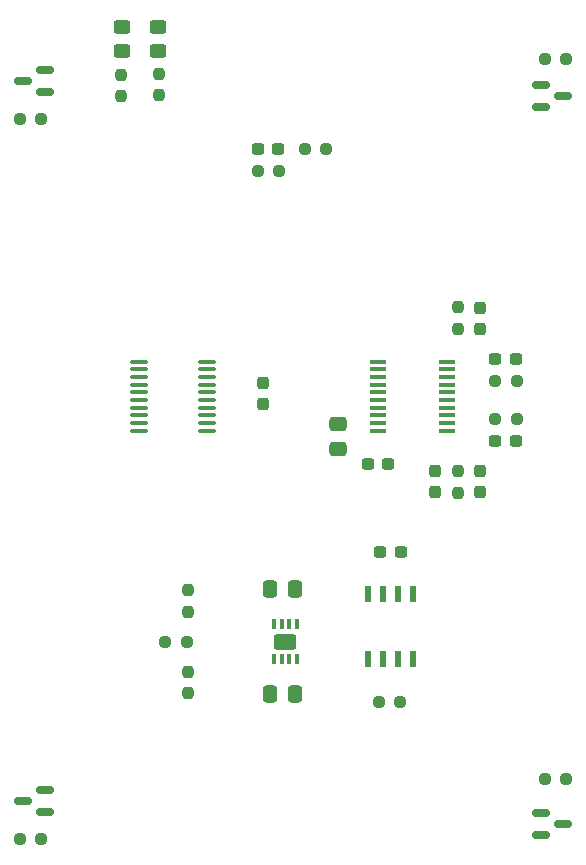
<source format=gtp>
G04 #@! TF.GenerationSoftware,KiCad,Pcbnew,7.0.7*
G04 #@! TF.CreationDate,2024-10-01T17:01:24-05:00*
G04 #@! TF.ProjectId,corner-board,636f726e-6572-42d6-926f-6172642e6b69,rev?*
G04 #@! TF.SameCoordinates,Original*
G04 #@! TF.FileFunction,Paste,Top*
G04 #@! TF.FilePolarity,Positive*
%FSLAX46Y46*%
G04 Gerber Fmt 4.6, Leading zero omitted, Abs format (unit mm)*
G04 Created by KiCad (PCBNEW 7.0.7) date 2024-10-01 17:01:24*
%MOMM*%
%LPD*%
G01*
G04 APERTURE LIST*
G04 Aperture macros list*
%AMRoundRect*
0 Rectangle with rounded corners*
0 $1 Rounding radius*
0 $2 $3 $4 $5 $6 $7 $8 $9 X,Y pos of 4 corners*
0 Add a 4 corners polygon primitive as box body*
4,1,4,$2,$3,$4,$5,$6,$7,$8,$9,$2,$3,0*
0 Add four circle primitives for the rounded corners*
1,1,$1+$1,$2,$3*
1,1,$1+$1,$4,$5*
1,1,$1+$1,$6,$7*
1,1,$1+$1,$8,$9*
0 Add four rect primitives between the rounded corners*
20,1,$1+$1,$2,$3,$4,$5,0*
20,1,$1+$1,$4,$5,$6,$7,0*
20,1,$1+$1,$6,$7,$8,$9,0*
20,1,$1+$1,$8,$9,$2,$3,0*%
G04 Aperture macros list end*
%ADD10RoundRect,0.237500X-0.237500X0.250000X-0.237500X-0.250000X0.237500X-0.250000X0.237500X0.250000X0*%
%ADD11RoundRect,0.237500X0.250000X0.237500X-0.250000X0.237500X-0.250000X-0.237500X0.250000X-0.237500X0*%
%ADD12RoundRect,0.150000X-0.587500X-0.150000X0.587500X-0.150000X0.587500X0.150000X-0.587500X0.150000X0*%
%ADD13RoundRect,0.250000X-0.450000X0.325000X-0.450000X-0.325000X0.450000X-0.325000X0.450000X0.325000X0*%
%ADD14RoundRect,0.237500X-0.250000X-0.237500X0.250000X-0.237500X0.250000X0.237500X-0.250000X0.237500X0*%
%ADD15RoundRect,0.237500X-0.237500X0.300000X-0.237500X-0.300000X0.237500X-0.300000X0.237500X0.300000X0*%
%ADD16R,1.473200X0.355600*%
%ADD17R,0.558800X1.460500*%
%ADD18RoundRect,0.100000X-0.637500X-0.100000X0.637500X-0.100000X0.637500X0.100000X-0.637500X0.100000X0*%
%ADD19RoundRect,0.250000X0.337500X0.475000X-0.337500X0.475000X-0.337500X-0.475000X0.337500X-0.475000X0*%
%ADD20RoundRect,0.150000X0.587500X0.150000X-0.587500X0.150000X-0.587500X-0.150000X0.587500X-0.150000X0*%
%ADD21RoundRect,0.237500X-0.300000X-0.237500X0.300000X-0.237500X0.300000X0.237500X-0.300000X0.237500X0*%
%ADD22RoundRect,0.237500X0.300000X0.237500X-0.300000X0.237500X-0.300000X-0.237500X0.300000X-0.237500X0*%
%ADD23RoundRect,0.250000X-0.475000X0.337500X-0.475000X-0.337500X0.475000X-0.337500X0.475000X0.337500X0*%
%ADD24RoundRect,0.237500X0.237500X-0.300000X0.237500X0.300000X-0.237500X0.300000X-0.237500X-0.300000X0*%
%ADD25RoundRect,0.087500X-0.087500X0.337500X-0.087500X-0.337500X0.087500X-0.337500X0.087500X0.337500X0*%
%ADD26RoundRect,0.250000X-0.715000X0.415000X-0.715000X-0.415000X0.715000X-0.415000X0.715000X0.415000X0*%
%ADD27RoundRect,0.237500X0.237500X-0.250000X0.237500X0.250000X-0.237500X0.250000X-0.237500X-0.250000X0*%
G04 APERTURE END LIST*
D10*
X48960000Y-21662500D03*
X48960000Y-23487500D03*
D11*
X82470000Y-50800000D03*
X80645000Y-50800000D03*
D12*
X84485000Y-84140000D03*
X84485000Y-86040000D03*
X86360000Y-85090000D03*
D13*
X49030000Y-17635000D03*
X49030000Y-19685000D03*
D11*
X42187500Y-25400000D03*
X40362500Y-25400000D03*
D10*
X54610000Y-65300850D03*
X54610000Y-67125850D03*
D13*
X52070000Y-17635000D03*
X52070000Y-19685000D03*
D14*
X60505000Y-29845000D03*
X62330000Y-29845000D03*
D10*
X52135000Y-21582500D03*
X52135000Y-23407500D03*
D14*
X84812500Y-20320000D03*
X86637500Y-20320000D03*
D15*
X60960000Y-47805000D03*
X60960000Y-49530000D03*
D16*
X76581000Y-51820000D03*
X76581000Y-51169999D03*
X76581000Y-50520001D03*
X76581000Y-49869999D03*
X76581000Y-49220001D03*
X76581000Y-48570002D03*
X76581000Y-47920001D03*
X76581000Y-47270002D03*
X76581000Y-46620001D03*
X76581000Y-45970002D03*
X70739000Y-45970000D03*
X70739000Y-46619998D03*
X70739000Y-47269999D03*
X70739000Y-47919998D03*
X70739000Y-48569999D03*
X70739000Y-49219998D03*
X70739000Y-49869999D03*
X70739000Y-50519998D03*
X70739000Y-51169999D03*
X70739000Y-51819998D03*
D17*
X73660000Y-65671700D03*
X72390000Y-65671700D03*
X71120000Y-65671700D03*
X69850000Y-65671700D03*
X69850000Y-71120000D03*
X71120000Y-71120000D03*
X72390000Y-71120000D03*
X73660000Y-71120000D03*
D18*
X50477500Y-45970000D03*
X50477500Y-46620000D03*
X50477500Y-47270000D03*
X50477500Y-47920000D03*
X50477500Y-48570000D03*
X50477500Y-49220000D03*
X50477500Y-49870000D03*
X50477500Y-50520000D03*
X50477500Y-51170000D03*
X50477500Y-51820000D03*
X56202500Y-51820000D03*
X56202500Y-51170000D03*
X56202500Y-50520000D03*
X56202500Y-49870000D03*
X56202500Y-49220000D03*
X56202500Y-48570000D03*
X56202500Y-47920000D03*
X56202500Y-47270000D03*
X56202500Y-46620000D03*
X56202500Y-45970000D03*
D19*
X63670000Y-65220850D03*
X61595000Y-65220850D03*
D15*
X75565000Y-55245000D03*
X75565000Y-56970000D03*
D11*
X54530000Y-69665850D03*
X52705000Y-69665850D03*
D14*
X84812500Y-81280000D03*
X86637500Y-81280000D03*
D20*
X42515000Y-23175000D03*
X42515000Y-21275000D03*
X40640000Y-22225000D03*
D21*
X70892500Y-62045850D03*
X72617500Y-62045850D03*
D14*
X64492500Y-27940000D03*
X66317500Y-27940000D03*
D19*
X63670000Y-74110850D03*
X61595000Y-74110850D03*
D22*
X71575000Y-54610000D03*
X69850000Y-54610000D03*
D21*
X80645000Y-52705000D03*
X82370000Y-52705000D03*
D23*
X67310000Y-51265000D03*
X67310000Y-53340000D03*
D24*
X79375000Y-43180000D03*
X79375000Y-41455000D03*
D25*
X63840000Y-71115850D03*
X63190000Y-71115850D03*
X62540000Y-71115850D03*
X61890000Y-71115850D03*
X61890000Y-68215850D03*
X62540000Y-68215850D03*
X63190000Y-68215850D03*
X63840000Y-68215850D03*
D26*
X62865000Y-69665850D03*
D27*
X77470000Y-57070000D03*
X77470000Y-55245000D03*
D12*
X84485000Y-22545000D03*
X84485000Y-24445000D03*
X86360000Y-23495000D03*
D20*
X42515000Y-84135000D03*
X42515000Y-82235000D03*
X40640000Y-83185000D03*
D22*
X62230000Y-27940000D03*
X60505000Y-27940000D03*
D11*
X42187500Y-86360000D03*
X40362500Y-86360000D03*
X82470000Y-47625000D03*
X80645000Y-47625000D03*
X72577100Y-74745850D03*
X70752100Y-74745850D03*
D10*
X77470000Y-41355000D03*
X77470000Y-43180000D03*
X54610000Y-72205850D03*
X54610000Y-74030850D03*
D15*
X79375000Y-55245000D03*
X79375000Y-56970000D03*
D21*
X80645000Y-45720000D03*
X82370000Y-45720000D03*
M02*

</source>
